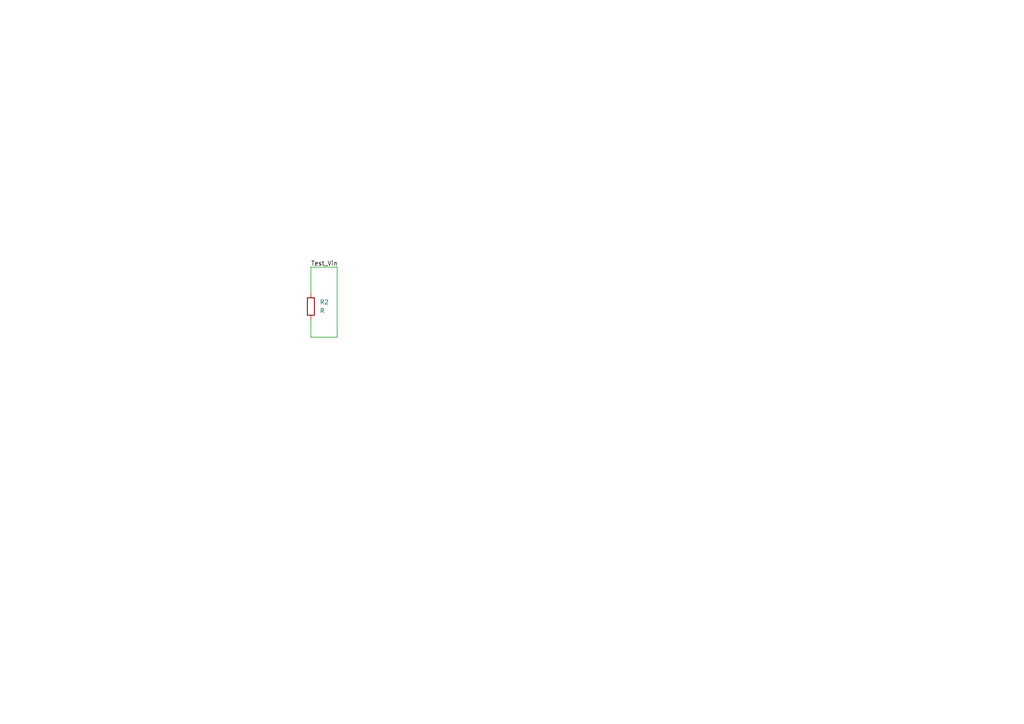
<source format=kicad_sch>
(kicad_sch (version 20231120) (generator "eeschema") (generator_version "8.0")
  (paper "A4")
  (lib_symbols
    (symbol "Device:R" (pin_numbers hide) (pin_names (offset 0))
      (property "Reference" "R" (at 2.032 0 90))
      (property "Value" "R" (at 0 0 90))
      (symbol "R_0_1"
        (rectangle (start -1.016 -2.54) (end 1.016 2.54) (stroke (width 0.254)))
      )
      (symbol "R_1_1"
        (pin passive line (at 0 3.81 270) (length 1.27) (name "~") (number "1"))
        (pin passive line (at 0 -3.81 90) (length 1.27) (name "~") (number "2"))
      )
    )
  )
  (wire (pts (xy 90.17 92.71) (xy 90.17 97.79)))
  (wire (pts (xy 97.79 77.47) (xy 90.17 77.47)))
  (wire (pts (xy 97.79 97.79) (xy 97.79 77.47)))
  (wire (pts (xy 90.17 77.47) (xy 90.17 85.09)))
  (wire (pts (xy 90.17 97.79) (xy 97.79 97.79)))
  (label "Test_Vin" (at 90.17 77.47 0))
  (symbol (lib_id "Device:R") (at 90.17 88.9 0) (unit 1)
    (property "Reference" "R2" (at 92.71 87.6299 0) (effects (justify left)))
    (property "Value" "R" (at 92.71 90.1699 0) (effects (justify left)))
    (property "Description" "Resistor" (effects (hide yes)))
  )
)
</source>
